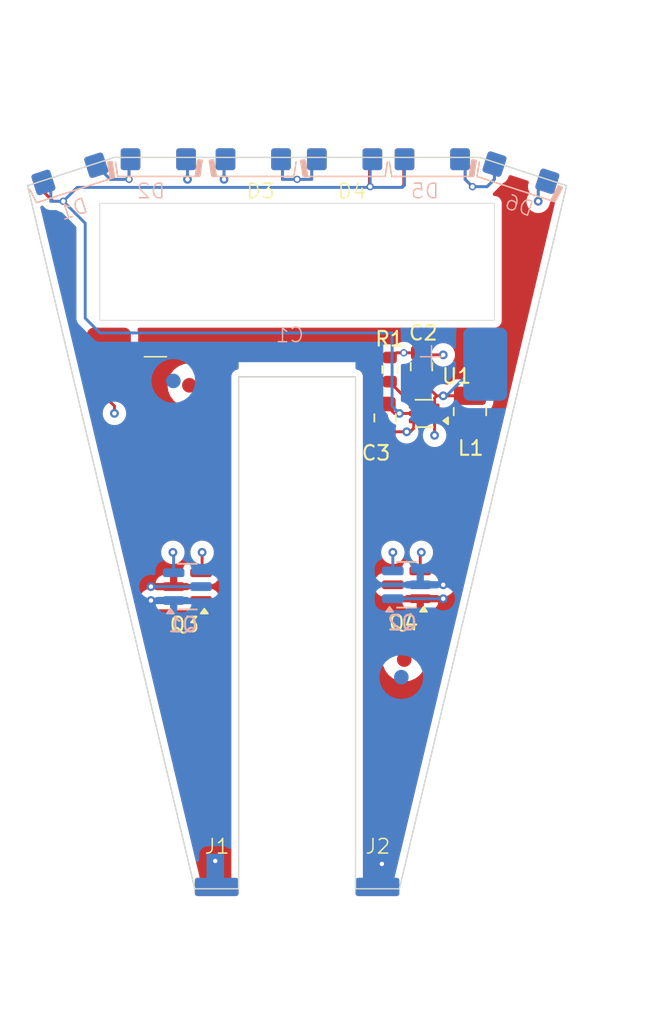
<source format=kicad_pcb>
(kicad_pcb (version 20241229) (generator "pcbnew") (generator_version "9.0")
  (layers (0 "F.Cu" signal) (4 "In1.Cu" power) (6 "In2.Cu" power) (2 "B.Cu" signal) (13 "F.Paste" user) (15 "B.Paste" user) (5 "F.SilkS" user "F.Silkscreen") (7 "B.SilkS" user "B.Silkscreen") (1 "F.Mask" user) (3 "B.Mask" user) (25 "Edge.Cuts" user))
  (property "RevisionPCB" "1.0.0")
  (net 0 "")
  (net 1 "Net-(D1-K)")
  (net 2 "Net-(D5-K)")
  (net 3 "Net-(D3-A)")
  (net 4 "/0.5-5V")
  (net 5 "/5.5V")
  (net 6 "/Vin+")
  (net 7 "GND")
  (net 8 "Net-(U1-SW)")
  (net 9 "Net-(U1-VSEL)")
  (net 10 "/Vin-")
  (footprint "Prototype Footprint - Light Up Arrow:Vishay VLD.1232G Family LED - Right Angle Edge Mount (Non-Standard)" (layer "F.Cu") (at 220.319103 62.993644)
    (property "Reference" "D3" (at 0.625 2.3 0) (layer "F.SilkS") (effects (font (thickness 0.1))))
    (property "Value" "LED" (hide yes))
    (fp_line (start -2.875 0.25) (end -2.65 1.3) (stroke (width 0.1)) (layer "F.SilkS"))
    (fp_line (start 2.9 1.3) (end -2.65 1.3) (stroke (width 0.1)) (layer "F.SilkS"))
    (fp_line (start 2.9 1.3) (end 3.056434 0.312312) (stroke (width 0.1)) (layer "F.SilkS"))
    (fp_poly (pts (xy -2.825 0.25) (xy -2.627462 0.218713) (xy -2.471028 1.206401) (xy -2.668566 1.237688)) (stroke (width 0.2)) (fill no) (layer "F.SilkS"))
    (fp_line (start -2.875 0.25) (end -2.65 1.3) (stroke (width 0.1)) (layer "B.SilkS"))
    (fp_line (start 2.9 1.3) (end -2.65 1.3) (stroke (width 0.1)) (layer "B.SilkS"))
    (fp_line (start 2.9 1.3) (end 3.056434 0.312312) (stroke (width 0.1)) (layer "B.SilkS"))
    (fp_poly (pts (xy -2.825 0.25) (xy -2.627462 0.218713) (xy -2.471028 1.206401) (xy -2.668566 1.237688)) (stroke (width 0.2)) (fill no) (layer "B.SilkS"))
    (pad "1" connect roundrect (at -1.775 0.125) (size 1.35 1.5) (layers "F.Cu" "F.Mask") (roundrect_rratio 0.15) (net 7 "GND"))
    (pad "1" connect roundrect (at -1.775 0.125) (size 1.35 1.5) (layers "B.Cu" "B.Mask") (roundrect_rratio 0.15) (net 7 "GND"))
    (pad "2" connect roundrect (at 2.025 0.125) (size 1.35 1.5) (layers "F.Cu" "F.Mask") (roundrect_rratio 0.15) (net 3 "Net-(D3-A)"))
    (pad "2" connect roundrect (at 2.025 0.125) (size 1.35 1.5) (layers "B.Cu" "B.Mask") (roundrect_rratio 0.15) (net 3 "Net-(D3-A)"))
  )
  (footprint "Package_TO_SOT_SMD:SOT-23" (layer "F.Cu") (at 215.933206 92.337288 180)
    (property "Reference" "Q3" (at 0.2 -2.6 0) (layer "F.SilkS"))
    (property "Value" "MOSFET N-Channel 30V 3.6A SOT-23-3" (hide yes))
    (fp_line (start 0 1.56) (end 0.65 1.56) (stroke (width 0.12)) (layer "F.SilkS"))
    (fp_line (start 0 1.56) (end -0.65 1.56) (stroke (width 0.12)) (layer "F.SilkS"))
    (fp_line (start 0 -1.56) (end 0.65 -1.56) (stroke (width 0.12)) (layer "F.SilkS"))
    (fp_line (start 0 -1.56) (end -0.65 -1.56) (stroke (width 0.12)) (layer "F.SilkS"))
    (fp_poly (pts (xy -1.1625 -1.51) (xy -1.4025 -1.84) (xy -0.9225 -1.84)) (stroke (width 0.12)) (fill yes) (layer "F.SilkS"))
    (pad "1" smd roundrect (at -0.9375 -0.95 180) (size 1.475 0.6) (layers "F.Cu" "F.Mask" "F.Paste") (net 10 "/Vin-"))
    (pad "2" smd roundrect (at -0.9375 0.95 180) (size 1.475 0.6) (layers "F.Cu" "F.Mask" "F.Paste") (net 7 "GND"))
    (pad "3" smd roundrect (at 0.9375 0 180) (size 1.475 0.6) (layers "F.Cu" "F.Mask" "F.Paste") (net 6 "/Vin+"))
  )
  (footprint "Package_TO_SOT_SMD:SOT-23" (layer "F.Cu") (at 230.933206 92.212288 180)
    (property "Reference" "Q4" (at 0.2 -2.6 0) (layer "F.SilkS"))
    (property "Value" "MOSFET N-Channel 30V 3.6A SOT-23-3" (hide yes))
    (fp_line (start 0 1.56) (end 0.65 1.56) (stroke (width 0.12)) (layer "F.SilkS"))
    (fp_line (start 0 1.56) (end -0.65 1.56) (stroke (width 0.12)) (layer "F.SilkS"))
    (fp_line (start 0 -1.56) (end 0.65 -1.56) (stroke (width 0.12)) (layer "F.SilkS"))
    (fp_line (start 0 -1.56) (end -0.65 -1.56) (stroke (width 0.12)) (layer "F.SilkS"))
    (fp_poly (pts (xy -1.1625 -1.51) (xy -1.4025 -1.84) (xy -0.9225 -1.84)) (stroke (width 0.12)) (fill yes) (layer "F.SilkS"))
    (pad "1" smd roundrect (at -0.9375 -0.95 180) (size 1.475 0.6) (layers "F.Cu" "F.Mask" "F.Paste") (net 6 "/Vin+"))
    (pad "2" smd roundrect (at -0.9375 0.95 180) (size 1.475 0.6) (layers "F.Cu" "F.Mask" "F.Paste") (net 7 "GND"))
    (pad "3" smd roundrect (at 0.9375 0 180) (size 1.475 0.6) (layers "F.Cu" "F.Mask" "F.Paste") (net 10 "/Vin-"))
  )
  (footprint "Package_TO_SOT_SMD:SOT-563" (layer "F.Cu") (at 232.138206 80.498432 180)
    (property "Reference" "U1" (at -2.219103 2.55 0) (layer "F.SilkS"))
    (property "Value" "~")
    (fp_line (start 0 0.935) (end 0.6 0.935) (stroke (width 0.12)) (layer "F.SilkS"))
    (fp_line (start 0 0.935) (end -0.6 0.935) (stroke (width 0.12)) (layer "F.SilkS"))
    (fp_line (start 0 -0.935) (end 0.6 -0.935) (stroke (width 0.12)) (layer "F.SilkS"))
    (fp_line (start 0 -0.935) (end -0.6 -0.935) (stroke (width 0.12)) (layer "F.SilkS"))
    (fp_poly (pts (xy -1.31 -0.5) (xy -1.64 -0.26) (xy -1.64 -0.74)) (stroke (width 0.12)) (fill yes) (layer "F.SilkS"))
    (pad "1" smd roundrect (at -0.7125 -0.5 180) (size 0.675 0.35) (layers "F.Cu" "F.Mask" "F.Paste") (net 4 "/0.5-5V"))
    (pad "2" smd roundrect (at -0.7125 0 180) (size 0.675 0.35) (layers "F.Cu" "F.Mask" "F.Paste") (net 8 "Net-(U1-SW)"))
    (pad "3" smd roundrect (at -0.7125 0.5 180) (size 0.675 0.35) (layers "F.Cu" "F.Mask" "F.Paste") (net 4 "/0.5-5V"))
    (pad "4" smd roundrect (at 0.7125 0.5 180) (size 0.675 0.35) (layers "F.Cu" "F.Mask" "F.Paste") (net 9 "Net-(U1-VSEL)"))
    (pad "5" smd roundrect (at 0.7125 0 180) (size 0.675 0.35) (layers "F.Cu" "F.Mask" "F.Paste") (net 5 "/5.5V"))
    (pad "6" smd roundrect (at 0.7125 -0.5 180) (size 0.675 0.35) (layers "F.Cu" "F.Mask" "F.Paste") (net 7 "GND"))
  )
  (footprint "Prototype Footprint - Light Up Arrow:Capacitor 0805 (Metric 2012)" (layer "F.Cu") (at 231.955459 77.302747 90)
    (property "Reference" "C2" (at 2.309068 0.119562 180) (layer "F.SilkS"))
    (property "Value" "Capacitor Ceramic 10uF 16V X5R 0805" (hide yes))
    (fp_line (start -0.261252 -0.735) (end 0.261252 -0.735) (stroke (width 0.12)) (layer "F.SilkS"))
    (fp_line (start -0.261252 0.735) (end 0.261252 0.735) (stroke (width 0.12)) (layer "F.SilkS"))
    (pad "1" smd roundrect (at -0.95 0 90) (size 1 1.45) (layers "F.Cu" "F.Mask" "F.Paste") (net 4 "/0.5-5V"))
    (pad "2" smd roundrect (at 0.95 0 90) (size 1 1.45) (layers "F.Cu" "F.Mask" "F.Paste") (net 7 "GND"))
  )
  (footprint "Prototype Footprint - Light Up Arrow:Fiducial 1mm by 3mm" (layer "F.Cu") (at 216.075 78.575)
    (property "Reference" "FID1" (hide yes))
    (property "Value" "~" (hide yes))
    (pad "" smd circle (at 0 0) (size 1 1) (property pad_prop_fiducial_glob) (layers "F.Cu" "F.Mask"))
    (zone (net 0) (net_name "") (layer "F.Cu") (name "Copper Keepout") (connect_pads (clearance 0)) (min_thickness 0.25)
      (keepout (tracks not_allowed) (vias not_allowed) (pads not_allowed) (copperpour not_allowed) (footprints not_allowed))
      (fill (thermal_gap 0.5) (thermal_bridge_width 0.5))
      (polygon (pts (xy 216.075 77.075) (xy 216.463229 77.126111) (xy 216.825 77.275962) (xy 217.13566 77.51434) (xy 217.374038 77.825) (xy 217.523889 78.186771) (xy 217.575 78.575) (xy 217.523889 78.963229) (xy 217.374038 79.325) (xy 217.13566 79.63566) (xy 216.825 79.874038) (xy 216.463229 80.023889) (xy 216.075 80.075) (xy 215.686771 80.023889) (xy 215.325 79.874038) (xy 215.01434 79.63566) (xy 214.775962 79.325) (xy 214.626111 78.963229) (xy 214.575 78.575) (xy 214.626111 78.186771) (xy 214.775962 77.825) (xy 215.01434 77.51434) (xy 215.325 77.275962) (xy 215.686771 77.126111) (xy 215.880886 77.850556) (xy 215.7 77.925481) (xy 215.54467 78.04467) (xy 215.425482 78.199999) (xy 215.350556 78.380884) (xy 215.325 78.575) (xy 215.350556 78.769114) (xy 215.425481 78.95) (xy 215.54467 79.10533) (xy 215.699999 79.224518) (xy 215.880884 79.299444) (xy 216.075 79.325) (xy 216.269114 79.299444) (xy 216.45 79.224519) (xy 216.60533 79.10533) (xy 216.724518 78.950001) (xy 216.799444 78.769116) (xy 216.825 78.575) (xy 216.799444 78.380886) (xy 216.724519 78.2) (xy 216.60533 78.04467) (xy 216.450001 77.925482) (xy 216.269116 77.850556) (xy 216.075 77.825) (xy 215.880886 77.850556) (xy 215.686771 77.126111)))
    )
  )
  (footprint "Prototype Footprint - Light Up Arrow:Edge Plating 3mm" (layer "F.Cu") (at 217.944103 112.993644)
    (property "Reference" "J1" (at 0.025 -2.9 0) (layer "F.SilkS") (effects (font (thickness 0.1))))
    (property "Value" "Edge Connector" (hide yes))
    (pad "1" connect roundrect (at 0 -0.125) (size 3 1.25) (layers "F.Cu" "F.Mask") (roundrect_rratio 0.15) (net 6 "/Vin+"))
    (pad "1" connect roundrect (at 0 -0.125) (size 3 1.25) (layers "B.Cu" "B.Mask") (roundrect_rratio 0.15) (net 6 "/Vin+"))
  )
  (footprint "Prototype Footprint - Light Up Arrow:Capacitor 0805 (Metric 2012)" (layer "F.Cu") (at 229.465459 80.802747 -90)
    (property "Reference" "C3" (at 2.4 0.62 180) (layer "F.SilkS"))
    (property "Value" "Capacitor Ceramic 10uF 16V X5R 0805" (hide yes))
    (fp_line (start -0.261252 0.735) (end 0.261252 0.735) (stroke (width 0.12)) (layer "F.SilkS"))
    (fp_line (start -0.261252 -0.735) (end 0.261252 -0.735) (stroke (width 0.12)) (layer "F.SilkS"))
    (pad "1" smd roundrect (at -0.95 0 270) (size 1 1.45) (layers "F.Cu" "F.Mask" "F.Paste") (net 5 "/5.5V"))
    (pad "2" smd roundrect (at 0.95 0 270) (size 1 1.45) (layers "F.Cu" "F.Mask" "F.Paste") (net 7 "GND"))
  )
  (footprint "Prototype Footprint - Light Up Arrow:Edge Plating 3mm" (layer "F.Cu") (at 228.944103 112.993644)
    (property "Reference" "J2" (at 0.025 -2.9 0) (layer "F.SilkS") (effects (font (thickness 0.1))))
    (property "Value" "Edge Connector" (hide yes))
    (pad "1" connect roundrect (at 0 -0.125) (size 3 1.25) (layers "F.Cu" "F.Mask") (roundrect_rratio 0.15) (net 10 "/Vin-"))
    (pad "1" connect roundrect (at 0 -0.125) (size 3 1.25) (layers "B.Cu" "B.Mask") (roundrect_rratio 0.15) (net 10 "/Vin-"))
  )
  (footprint "Inductor_SMD:L_1008_2520Metric" (layer "F.Cu") (at 235.273206 80.368432 -90)
    (property "Reference" "L1" (at 2.5 -0.05 0) (layer "F.SilkS"))
    (property "Value" "Inductor 1uH" (hide yes))
    (fp_line (start -0.261252 1.11) (end 0.261252 1.11) (stroke (width 0.12)) (layer "F.SilkS"))
    (fp_line (start -0.261252 -1.11) (end 0.261252 -1.11) (stroke (width 0.12)) (layer "F.SilkS"))
    (pad "1" smd roundrect (at -1.075 0 270) (size 1.25 2.2) (layers "F.Cu" "F.Mask" "F.Paste") (roundrect_rratio 0.2) (net 4 "/0.5-5V"))
    (pad "2" smd roundrect (at 1.075 0 270) (size 1.25 2.2) (layers "F.Cu" "F.Mask" "F.Paste") (roundrect_rratio 0.2) (net 8 "Net-(U1-SW)"))
  )
  (footprint "Prototype Footprint - Light Up Arrow:Fiducial 1mm by 3mm" (layer "F.Cu") (at 230.775 97.325)
    (property "Reference" "FID2" (hide yes))
    (property "Value" "~" (hide yes))
    (pad "" smd circle (at 0 0) (size 1 1) (property pad_prop_fiducial_glob) (layers "F.Cu" "F.Mask"))
    (zone (net 0) (net_name "") (layer "F.Cu") (name "Copper Keepout") (connect_pads (clearance 0)) (min_thickness 0.25)
      (keepout (tracks not_allowed) (vias not_allowed) (pads not_allowed) (copperpour not_allowed) (footprints not_allowed))
      (fill (thermal_gap 0.5) (thermal_bridge_width 0.5))
      (polygon (pts (xy 230.775 95.825) (xy 231.163229 95.876111) (xy 231.525 96.025962) (xy 231.83566 96.26434) (xy 232.074038 96.575) (xy 232.223889 96.936771) (xy 232.275 97.325) (xy 232.223889 97.713229) (xy 232.074038 98.075) (xy 231.83566 98.38566) (xy 231.525 98.624038) (xy 231.163229 98.773889) (xy 230.775 98.825) (xy 230.386771 98.773889) (xy 230.025 98.624038) (xy 229.71434 98.38566) (xy 229.475962 98.075) (xy 229.326111 97.713229) (xy 229.275 97.325) (xy 229.326111 96.936771) (xy 229.475962 96.575) (xy 229.71434 96.26434) (xy 230.025 96.025962) (xy 230.386771 95.876111) (xy 230.580886 96.600556) (xy 230.4 96.675481) (xy 230.24467 96.79467) (xy 230.125482 96.949999) (xy 230.050556 97.130884) (xy 230.025 97.325) (xy 230.050556 97.519114) (xy 230.125481 97.7) (xy 230.24467 97.85533) (xy 230.399999 97.974518) (xy 230.580884 98.049444) (xy 230.775 98.075) (xy 230.969114 98.049444) (xy 231.15 97.974519) (xy 231.30533 97.85533) (xy 231.424518 97.700001) (xy 231.499444 97.519116) (xy 231.525 97.325) (xy 231.499444 97.130886) (xy 231.424519 96.95) (xy 231.30533 96.79467) (xy 231.150001 96.675482) (xy 230.969116 96.600556) (xy 230.775 96.575) (xy 230.580886 96.600556) (xy 230.386771 95.876111)))
    )
  )
  (footprint "Prototype Footprint - Light Up Arrow:Vishay VLD.1232G Family LED - Right Angle Edge Mount (Non-Standard)" (layer "F.Cu") (at 226.569103 62.993644)
    (property "Reference" "D4" (at 0.625 2.3 0) (layer "F.SilkS") (effects (font (thickness 0.1))))
    (property "Value" "LED" (hide yes))
    (fp_line (start -2.875 0.25) (end -2.65 1.3) (stroke (width 0.1)) (layer "F.SilkS"))
    (fp_line (start 2.9 1.3) (end -2.65 1.3) (stroke (width 0.1)) (layer "F.SilkS"))
    (fp_line (start 2.9 1.3) (end 3.056434 0.312312) (stroke (width 0.1)) (layer "F.SilkS"))
    (fp_poly (pts (xy -2.825 0.25) (xy -2.627462 0.218713) (xy -2.471028 1.206401) (xy -2.668566 1.237688)) (stroke (width 0.2)) (fill no) (layer "F.SilkS"))
    (fp_line (start -2.875 0.25) (end -2.65 1.3) (stroke (width 0.1)) (layer "B.SilkS"))
    (fp_line (start 2.9 1.3) (end -2.65 1.3) (stroke (width 0.1)) (layer "B.SilkS"))
    (fp_line (start 2.9 1.3) (end 3.056434 0.312312) (stroke (width 0.1)) (layer "B.SilkS"))
    (fp_poly (pts (xy -2.825 0.25) (xy -2.627462 0.218713) (xy -2.471028 1.206401) (xy -2.668566 1.237688)) (stroke (width 0.2)) (fill no) (layer "B.SilkS"))
    (pad "1" connect roundrect (at -1.775 0.125) (size 1.35 1.5) (layers "F.Cu" "F.Mask") (roundrect_rratio 0.15) (net 3 "Net-(D3-A)"))
    (pad "1" connect roundrect (at -1.775 0.125) (size 1.35 1.5) (layers "B.Cu" "B.Mask") (roundrect_rratio 0.15) (net 3 "Net-(D3-A)"))
    (pad "2" connect roundrect (at 2.025 0.125) (size 1.35 1.5) (layers "F.Cu" "F.Mask") (roundrect_rratio 0.15) (net 5 "/5.5V"))
    (pad "2" connect roundrect (at 2.025 0.125) (size 1.35 1.5) (layers "B.Cu" "B.Mask") (roundrect_rratio 0.15) (net 5 "/5.5V"))
  )
  (footprint "Prototype Footprint - Light Up Arrow:Resistor 0603 (Metric 1608)" (layer "F.Cu") (at 229.793206 77.498432 90)
    (property "Reference" "R1" (at 2.0925 -0.0225 180) (layer "F.SilkS"))
    (property "Value" "r=3.01k" (hide yes))
    (fp_line (start -0.237258 -0.5225) (end 0.237258 -0.5225) (stroke (width 0.12)) (layer "F.SilkS"))
    (fp_line (start -0.237258 0.5225) (end 0.237258 0.5225) (stroke (width 0.12)) (layer "F.SilkS"))
    (pad "1" smd roundrect (at -0.825 0 90) (size 0.8 0.95) (layers "F.Cu" "F.Mask" "F.Paste") (net 9 "Net-(U1-VSEL)"))
    (pad "2" smd roundrect (at 0.825 0 90) (size 0.8 0.95) (layers "F.Cu" "F.Mask" "F.Paste") (net 7 "GND"))
  )
  (footprint "Package_TO_SOT_SMD:SOT-23" (layer "B.Cu") (at 215.933206 92.337288)
    (property "Reference" "Q1" (at -0.3 2.6 0) (layer "B.SilkS") (effects (justify mirror)))
    (property "Value" "DMP3099L" (hide yes))
    (fp_line (start 0 -1.56) (end -0.65 -1.56) (stroke (width 0.12)) (layer "B.SilkS"))
    (fp_line (start 0 -1.56) (end 0.65 -1.56) (stroke (width 0.12)) (layer "B.SilkS"))
    (fp_line (start 0 1.56) (end -0.65 1.56) (stroke (width 0.12)) (layer "B.SilkS"))
    (fp_line (start 0 1.56) (end 0.65 1.56) (stroke (width 0.12)) (layer "B.SilkS"))
    (fp_poly (pts (xy -1.1625 1.51) (xy -1.4025 1.84) (xy -0.9225 1.84)) (stroke (width 0.12)) (fill yes) (layer "B.SilkS"))
    (pad "1" smd roundrect (at -0.9375 0.95) (size 1.475 0.6) (layers "B.Cu" "B.Mask" "B.Paste") (net 10 "/Vin-"))
    (pad "2" smd roundrect (at -0.9375 -0.95) (size 1.475 0.6) (layers "B.Cu" "B.Mask" "B.Paste") (net 4 "/0.5-5V"))
    (pad "3" smd roundrect (at 0.9375 0) (size 1.475 0.6) (layers "B.Cu" "B.Mask" "B.Paste") (net 6 "/Vin+"))
  )
  (footprint "Prototype Footprint - Light Up Arrow:Vishay VLD.1232G Family LED - Right Angle Edge Mount (Non-Standard)" (layer "B.Cu") (at 214.069103 62.993644 180)
    (property "Reference" "D2" (at 0.625 -2.3 0) (layer "B.SilkS") (effects (font (thickness 0.1)) (justify mirror)))
    (property "Value" "LED" (hide yes))
    (fp_line (start 2.9 -1.3) (end 3.056434 -0.312312) (stroke (width 0.1)) (layer "F.SilkS"))
    (fp_line (start 2.9 -1.3) (end -2.65 -1.3) (stroke (width 0.1)) (layer "F.SilkS"))
    (fp_line (start -2.875 -0.25) (end -2.65 -1.3) (stroke (width 0.1)) (layer "F.SilkS"))
    (fp_poly (pts (xy -2.825 -0.25) (xy -2.627462 -0.218713) (xy -2.471028 -1.206401) (xy -2.668566 -1.237688)) (stroke (width 0.2)) (fill no) (layer "F.SilkS"))
    (fp_line (start 2.9 -1.3) (end 3.056434 -0.312312) (stroke (width 0.1)) (layer "B.SilkS"))
    (fp_line (start 2.9 -1.3) (end -2.65 -1.3) (stroke (width 0.1)) (layer "B.SilkS"))
    (fp_line (start -2.875 -0.25) (end -2.65 -1.3) (stroke (width 0.1)) (layer "B.SilkS"))
    (fp_poly (pts (xy -2.825 -0.25) (xy -2.627462 -0.218713) (xy -2.471028 -1.206401) (xy -2.668566 -1.237688)) (stroke (width 0.2)) (fill no) (layer "B.SilkS"))
    (pad "1" connect roundrect (at -1.775 -0.125 180) (size 1.35 1.5) (layers "F.Cu" "F.Mask") (roundrect_rratio 0.15) (net 7 "GND"))
    (pad "1" connect roundrect (at -1.775 -0.125 180) (size 1.35 1.5) (layers "B.Cu" "B.Mask") (roundrect_rratio 0.15) (net 7 "GND"))
    (pad "2" connect roundrect (at 2.025 -0.125 180) (size 1.35 1.5) (layers "F.Cu" "F.Mask") (roundrect_rratio 0.15) (net 1 "Net-(D1-K)"))
    (pad "2" connect roundrect (at 2.025 -0.125 180) (size 1.35 1.5) (layers "B.Cu" "B.Mask") (roundrect_rratio 0.15) (net 1 "Net-(D1-K)"))
  )
  (footprint "Prototype Footprint - Light Up Arrow:Fiducial 1mm by 3mm" (layer "B.Cu") (at 214.975 78.275 180)
    (property "Reference" "FID4" (hide yes))
    (property "Value" "~" (hide yes))
    (pad "" smd circle (at 0 0 180) (size 1 1) (property pad_prop_fiducial_glob) (layers "B.Cu" "B.Mask"))
    (zone (net 0) (net_name "") (layer "B.Cu") (name "Copper Keepout") (connect_pads (clearance 0)) (min_thickness 0.25)
      (keepout (tracks not_allowed) (vias not_allowed) (pads not_allowed) (copperpour not_allowed) (footprints not_allowed))
      (fill (thermal_gap 0.5) (thermal_bridge_width 0.5))
      (polygon (pts (xy 214.975 76.775) (xy 214.586771 76.826111) (xy 214.225 76.975962) (xy 213.91434 77.21434) (xy 213.675962 77.525) (xy 213.526111 77.886771) (xy 213.475 78.275) (xy 213.526111 78.663229) (xy 213.675962 79.025) (xy 213.91434 79.33566) (xy 214.225 79.574038) (xy 214.586771 79.723889) (xy 214.975 79.775) (xy 215.363229 79.723889) (xy 215.725 79.574038) (xy 216.03566 79.33566) (xy 216.274038 79.025) (xy 216.423889 78.663229) (xy 216.475 78.275) (xy 216.423889 77.886771) (xy 216.274038 77.525) (xy 216.03566 77.21434) (xy 215.725 76.975962) (xy 215.363229 76.826111) (xy 215.169114 77.550556) (xy 215.35 77.625481) (xy 215.50533 77.74467) (xy 215.624518 77.899999) (xy 215.699444 78.080884) (xy 215.725 78.275) (xy 215.699444 78.469114) (xy 215.624519 78.65) (xy 215.50533 78.80533) (xy 215.350001 78.924518) (xy 215.169116 78.999444) (xy 214.975 79.025) (xy 214.780886 78.999444) (xy 214.6 78.924519) (xy 214.44467 78.80533) (xy 214.325482 78.650001) (xy 214.250556 78.469116) (xy 214.225 78.275) (xy 214.250556 78.080886) (xy 214.325481 77.9) (xy 214.44467 77.74467) (xy 214.599999 77.625482) (xy 214.780884 77.550556) (xy 214.975 77.525) (xy 215.169114 77.550556) (xy 215.363229 76.826111)))
    )
  )
  (footprint "Prototype Footprint - Light Up Arrow:Fiducial 1mm by 3mm" (layer "B.Cu") (at 230.575 98.525 180)
    (property "Reference" "FID3" (hide yes))
    (property "Value" "~" (hide yes))
    (pad "" smd circle (at 0 0 180) (size 1 1) (property pad_prop_fiducial_glob) (layers "B.Cu" "B.Mask"))
    (zone (net 0) (net_name "") (layer "B.Cu") (name "Copper Keepout") (connect_pads (clearance 0)) (min_thickness 0.25)
      (keepout (tracks not_allowed) (vias not_allowed) (pads not_allowed) (copperpour not_allowed) (footprints not_allowed))
      (fill (thermal_gap 0.5) (thermal_bridge_width 0.5))
      (polygon (pts (xy 230.575 97.025) (xy 230.186771 97.076111) (xy 229.825 97.225962) (xy 229.51434 97.46434) (xy 229.275962 97.775) (xy 229.126111 98.136771) (xy 229.075 98.525) (xy 229.126111 98.913229) (xy 229.275962 99.275) (xy 229.51434 99.58566) (xy 229.825 99.824038) (xy 230.186771 99.973889) (xy 230.575 100.025) (xy 230.963229 99.973889) (xy 231.325 99.824038) (xy 231.63566 99.58566) (xy 231.874038 99.275) (xy 232.023889 98.913229) (xy 232.075 98.525) (xy 232.023889 98.136771) (xy 231.874038 97.775) (xy 231.63566 97.46434) (xy 231.325 97.225962) (xy 230.963229 97.076111) (xy 230.769114 97.800556) (xy 230.95 97.875481) (xy 231.10533 97.99467) (xy 231.224518 98.149999) (xy 231.299444 98.330884) (xy 231.325 98.525) (xy 231.299444 98.719114) (xy 231.224519 98.9) (xy 231.10533 99.05533) (xy 230.950001 99.174518) (xy 230.769116 99.249444) (xy 230.575 99.275) (xy 230.380886 99.249444) (xy 230.2 99.174519) (xy 230.04467 99.05533) (xy 229.925482 98.900001) (xy 229.850556 98.719116) (xy 229.825 98.525) (xy 229.850556 98.330886) (xy 229.925481 98.15) (xy 230.04467 97.99467) (xy 230.199999 97.875482) (xy 230.380884 97.800556) (xy 230.575 97.775) (xy 230.769114 97.800556) (xy 230.963229 97.076111)))
    )
  )
  (footprint "Package_TO_SOT_SMD:SOT-23" (layer "B.Cu") (at 230.933206 92.212288)
    (property "Reference" "Q2" (at -0.3 2.6 0) (layer "B.SilkS") (effects (justify mirror)))
    (property "Value" "DMP3099L" (hide yes))
    (fp_line (start 0 -1.56) (end -0.65 -1.56) (stroke (width 0.12)) (layer "B.SilkS"))
    (fp_line (start 0 -1.56) (end 0.65 -1.56) (stroke (width 0.12)) (layer "B.SilkS"))
    (fp_line (start 0 1.56) (end -0.65 1.56) (stroke (width 0.12)) (layer "B.SilkS"))
    (fp_line (start 0 1.56) (end 0.65 1.56) (stroke (width 0.12)) (layer "B.SilkS"))
    (fp_poly (pts (xy -1.1625 1.51) (xy -1.4025 1.84) (xy -0.9225 1.84)) (stroke (width 0.12)) (fill yes) (layer "B.SilkS"))
    (pad "1" smd roundrect (at -0.9375 0.95) (size 1.475 0.6) (layers "B.Cu" "B.Mask" "B.Paste") (net 6 "/Vin+"))
    (pad "2" smd roundrect (at -0.9375 -0.95) (size 1.475 0.6) (layers "B.Cu" "B.Mask" "B.Paste") (net 4 "/0.5-5V"))
    (pad "3" smd roundrect (at 0.9375 0) (size 1.475 0.6) (layers "B.Cu" "B.Mask" "B.Paste") (net 10 "/Vin-"))
  )
  (footprint "Prototype Footprint - Light Up Arrow:Vishay VLD.1232G Family LED - Right Angle Edge Mount (Non-Standard)" (layer "B.Cu") (at 232.819103 62.993644 180)
    (property "Reference" "D5" (at 0.625 -2.3 0) (layer "B.SilkS") (effects (font (thickness 0.1)) (justify mirror)))
    (property "Value" "LED" (hide yes))
    (fp_line (start 2.9 -1.3) (end 3.056434 -0.312312) (stroke (width 0.1)) (layer "F.SilkS"))
    (fp_line (start 2.9 -1.3) (end -2.65 -1.3) (stroke (width 0.1)) (layer "F.SilkS"))
    (fp_line (start -2.875 -0.25) (end -2.65 -1.3) (stroke (width 0.1)) (layer "F.SilkS"))
    (fp_poly (pts (xy -2.825 -0.25) (xy -2.627462 -0.218713) (xy -2.471028 -1.206401) (xy -2.668566 -1.237688)) (stroke (width 0.2)) (fill no) (layer "F.SilkS"))
    (fp_line (start 2.9 -1.3) (end 3.056434 -0.312312) (stroke (width 0.1)) (layer "B.SilkS"))
    (fp_line (start 2.9 -1.3) (end -2.65 -1.3) (stroke (width 0.1)) (layer "B.SilkS"))
    (fp_line (start -2.875 -0.25) (end -2.65 -1.3) (stroke (width 0.1)) (layer "B.SilkS"))
    (fp_poly (pts (xy -2.825 -0.25) (xy -2.627462 -0.218713) (xy -2.471028 -1.206401) (xy -2.668566 -1.237688)) (stroke (width 0.2)) (fill no) (layer "B.SilkS"))
    (pad "1" connect roundrect (at -1.775 -0.125 180) (size 1.35 1.5) (layers "F.Cu" "F.Mask") (roundrect_rratio 0.15) (net 2 "Net-(D5-K)"))
    (pad "1" connect roundrect (at -1.775 -0.125 180) (size 1.35 1.5) (layers "B.Cu" "B.Mask") (roundrect_rratio 0.15) (net 2 "Net-(D5-K)"))
    (pad "2" connect roundrect (at 2.025 -0.125 180) (size 1.35 1.5) (layers "F.Cu" "F.Mask") (roundrect_rratio 0.15) (net 5 "/5.5V"))
    (pad "2" connect roundrect (at 2.025 -0.125 180) (size 1.35 1.5) (layers "B.Cu" "B.Mask") (roundrect_rratio 0.15) (net 5 "/5.5V"))
  )
  (footprint "Prototype Footprint - Light Up Arrow:Vishay VLD.1232G Family LED - Right Angle Edge Mount (Non-Standard)" (layer "B.Cu") (at 207.972052 63.959322 -162)
    (property "Reference" "D1" (at 0.625 -2.5 18) (layer "B.SilkS") (effects (font (thickness 0.1)) (justify mirror)))
    (property "Value" "LED" (hide yes))
    (fp_line (start 2.9 -1.3) (end 3.056434 -0.312312) (stroke (width 0.1)) (layer "F.SilkS"))
    (fp_line (start 2.9 -1.3) (end -2.65 -1.3) (stroke (width 0.1)) (layer "F.SilkS"))
    (fp_line (start -2.875 -0.25) (end -2.65 -1.3) (stroke (width 0.1)) (layer "F.SilkS"))
    (fp_poly (pts (xy -2.825 -0.25) (xy -2.627462 -0.218713) (xy -2.471028 -1.206401) (xy -2.668566 -1.237688)) (stroke (width 0.2)) (fill no) (layer "F.SilkS"))
    (fp_line (start 2.9 -1.3) (end 3.056434 -0.312312) (stroke (width 0.1)) (layer "B.SilkS"))
    (fp_line (start 2.9 -1.3) (end -2.65 -1.3) (stroke (width 0.1)) (layer "B.SilkS"))
    (fp_line (start -2.875 -0.25) (end -2.65 -1.3) (stroke (width 0.1)) (layer "B.SilkS"))
    (fp_poly (pts (xy -2.825 -0.25) (xy -2.627462 -0.218713) (xy -2.471028 -1.206401) (xy -2.668566 -1.237688)) (stroke (width 0.2)) (fill no) (layer "B.SilkS"))
    (pad "1" connect roundrect (at -1.775 -0.125 198) (size 1.35 1.5) (layers "F.Cu" "F.Mask") (roundrect_rratio 0.15) (net 1 "Net-(D1-K)"))
    (pad "1" connect roundrect (at -1.775 -0.125 198) (size 1.35 1.5) (layers "B.Cu" "B.Mask") (roundrect_rratio 0.15) (net 1 "Net-(D1-K)"))
    (pad "2" connect roundrect (at 2.025 -0.125 198) (size 1.35 1.5) (layers "F.Cu" "F.Mask") (roundrect_rratio 0.15) (net 5 "/5.5V"))
    (pad "2" connect roundrect (at 2.025 -0.125 198) (size 1.35 1.5) (layers "B.Cu" "B.Mask") (roundrect_rratio 0.15) (net 5 "/5.5V"))
  )
  (footprint "Prototype Footprint - Light Up Arrow:Capacitor EDLC CDA CE Series H-Type Edge Mount" (layer "B.Cu") (at 223.444103 70.13331 180)
    (property "Reference" "C1" (at 0.5 -5 0) (layer "B.SilkS") (effects (font (thickness 0.1)) (justify mirror)))
    (property "Value" "Capacitor EDLC 5F 5.5V Diameter=26mm Height=7mm Axial Can THT" (hide yes))
    (fp_rect (start -13.5 4) (end 13.5 -4) (stroke (width 0.05)) (fill no) (layer "Edge.Cuts"))
    (fp_text user "-" (at 11 -7.5 0) (layer "F.SilkS") (effects (font (size 2 2) (thickness 0.1)) (justify left bottom)))
    (fp_text user "+" (at -10.5 -7.5 0) (layer "B.SilkS") (effects (font (size 2 2) (thickness 0.1)) (justify left bottom mirror)))
    (pad "1" smd roundrect (at -12.875 -7 180) (size 3 5) (layers "B.Cu" "B.Mask" "B.Paste") (roundrect_rratio 0.15) (net 4 "/0.5-5V"))
    (pad "2" smd roundrect (at 12.875 -7 180) (size 3 5) (layers "F.Cu" "F.Mask" "F.Paste") (roundrect_rratio 0.15) (net 7 "GND"))
  )
  (footprint "Prototype Footprint - Light Up Arrow:Vishay VLD.1232G Family LED - Right Angle Edge Mount (Non-Standard)" (layer "B.Cu") (at 238.916155 63.959322 162)
    (property "Reference" "D6" (at -0.462735 -2.288031 342) (layer "B.SilkS") (effects (font (thickness 0.1)) (justify mirror)))
    (property "Value" "LED" (hide yes))
    (fp_line (start 2.9 -1.3) (end 3.056434 -0.312312) (stroke (width 0.1)) (layer "F.SilkS"))
    (fp_line (start 2.9 -1.3) (end -2.65 -1.3) (stroke (width 0.1)) (layer "F.SilkS"))
    (fp_line (start -2.875 -0.25) (end -2.65 -1.3) (stroke (width 0.1)) (layer "F.SilkS"))
    (fp_poly (pts (xy -2.825 -0.25) (xy -2.627462 -0.218713) (xy -2.471028 -1.206401) (xy -2.668565 -1.237688)) (stroke (width 0.2)) (fill no) (layer "F.SilkS"))
    (fp_line (start 2.9 -1.3) (end 3.056434 -0.312312) (stroke (width 0.1)) (layer "B.SilkS"))
    (fp_line (start 2.9 -1.3) (end -2.65 -1.3) (stroke (width 0.1)) (layer "B.SilkS"))
    (fp_line (start -2.875 -0.25) (end -2.65 -1.3) (stroke (width 0.1)) (layer "B.SilkS"))
    (fp_poly (pts (xy -2.825 -0.25) (xy -2.627462 -0.218713) (xy -2.471028 -1.206401) (xy -2.668565 -1.237688)) (stroke (width 0.2)) (fill no) (layer "B.SilkS"))
    (pad "1" connect roundrect (at -1.775 -0.125 162) (size 1.35 1.5) (layers "F.Cu" "F.Mask") (roundrect_rratio 0.15) (net 7 "GND"))
    (pad "1" connect roundrect (at -1.775 -0.125 162) (size 1.35 1.5) (layers "B.Cu" "B.Mask") (roundrect_rratio 0.15) (net 7 "GND"))
    (pad "2" connect roundrect (at 2.025 -0.125 162) (size 1.35 1.5) (layers "F.Cu" "F.Mask") (roundrect_rratio 0.15) (net 2 "Net-(D5-K)"))
    (pad "2" connect roundrect (at 2.025 -0.125 162) (size 1.35 1.5) (layers "B.Cu" "B.Mask") (roundrect_rratio 0.15) (net 2 "Net-(D5-K)"))
  )
  (gr_rect (start 228.744103 110.693644) (end 229.744103 112.293644) (stroke (width 0.2)) (fill yes) (layer "F.Cu") (net 10))
  (gr_rect (start 217.344103 110.693644) (end 218.344103 112.293644) (stroke (width 0.2)) (fill yes) (layer "B.Cu") (net 6))
  (gr_line (start 219.444103 112.993644) (end 219.444103 77.993644) (stroke (width 0.1)) (layer "Edge.Cuts"))
  (gr_line (start 210.944103 62.993644) (end 235.944103 62.993644) (stroke (width 0.1)) (layer "Edge.Cuts"))
  (gr_line (start 219.444103 112.993644) (end 216.444103 112.993644) (stroke (width 0.1)) (layer "Edge.Cuts"))
  (gr_line (start 230.444103 112.993644) (end 227.444103 112.993644) (stroke (width 0.1)) (layer "Edge.Cuts"))
  (gr_line (start 219.444103 77.993644) (end 227.444103 77.993644) (stroke (width 0.1)) (layer "Edge.Cuts"))
  (gr_line (start 227.444103 77.993644) (end 227.444103 112.993644) (stroke (width 0.1)) (layer "Edge.Cuts"))
  (gr_line (start 205 64.925) (end 210.944103 62.993644) (stroke (width 0.1)) (layer "Edge.Cuts"))
  (gr_line (start 216.444103 112.993644) (end 205 64.925) (stroke (width 0.1)) (layer "Edge.Cuts"))
  (gr_line (start 241.888206 64.925) (end 230.444103 112.993644) (stroke (width 0.1)) (layer "Edge.Cuts"))
  (gr_line (start 241.888206 64.925) (end 235.944103 62.993644) (stroke (width 0.1)) (layer "Edge.Cuts"))
  (segment (start 212.044103 63.594644) (end 211.944103 63.594644) (width 0.2) (layer "F.Cu") (net 1))
  (segment (start 211.944103 63.594644) (end 211.944103 64.493644) (width 0.2) (layer "F.Cu") (net 1))
  (segment (start 210.662749 64.493644) (end 210.07656 63.907455) (width 0.2) (layer "F.Cu") (net 1))
  (segment (start 211.944103 64.493644) (end 210.662749 64.493644) (width 0.2) (layer "F.Cu") (net 1))
  (segment (start 210.07656 63.907455) (end 209.845896 63.982402) (width 0.2) (layer "F.Cu") (net 1))
  (via (at 211.944103 64.493644) (size 0.5) (drill 0.3) (layers "F.Cu" "B.Cu") (net 1))
  (segment (start 212.040335 63.598411) (end 211.940335 63.598411) (width 0.2) (layer "B.Cu") (net 1))
  (segment (start 211.940335 63.598411) (end 211.940335 64.497411) (width 0.2) (layer "B.Cu") (net 1))
  (segment (start 210.658981 64.497411) (end 210.072792 63.911222) (width 0.2) (layer "B.Cu") (net 1))
  (segment (start 211.940335 64.497411) (end 210.658981 64.497411) (width 0.2) (layer "B.Cu") (net 1))
  (segment (start 210.072792 63.911222) (end 209.842128 63.986169) (width 0.2) (layer "B.Cu") (net 1))
  (segment (start 236.951638 64.486109) (end 236.951638 64.05224) (width 0.2) (layer "F.Cu") (net 2))
  (segment (start 236.444103 64.993644) (end 236.951638 64.486109) (width 0.2) (layer "F.Cu") (net 2))
  (segment (start 236.951638 64.05224) (end 236.804546 63.905148) (width 0.2) (layer "F.Cu") (net 2))
  (segment (start 234.944103 64.493644) (end 234.944103 63.594644) (width 0.2) (layer "F.Cu") (net 2))
  (segment (start 236.444103 64.993644) (end 235.444103 64.993644) (width 0.2) (layer "F.Cu") (net 2))
  (segment (start 235.444103 64.993644) (end 234.944103 64.493644) (width 0.2) (layer "F.Cu") (net 2))
  (segment (start 234.944103 63.594644) (end 234.594103 63.594644) (width 0.2) (layer "F.Cu") (net 2))
  (via (at 235.444103 64.993644) (size 0.5) (drill 0.3) (layers "F.Cu" "B.Cu") (net 2))
  (segment (start 234.940335 63.598411) (end 234.590335 63.598411) (width 0.2) (layer "B.Cu") (net 2))
  (segment (start 236.94787 64.056007) (end 236.800778 63.908915) (width 0.2) (layer "B.Cu") (net 2))
  (segment (start 236.440335 64.997411) (end 235.440335 64.997411) (width 0.2) (layer "B.Cu") (net 2))
  (segment (start 234.940335 64.497411) (end 234.940335 63.598411) (width 0.2) (layer "B.Cu") (net 2))
  (segment (start 236.94787 64.489876) (end 236.94787 64.056007) (width 0.2) (layer "B.Cu") (net 2))
  (segment (start 235.440335 64.997411) (end 234.940335 64.497411) (width 0.2) (layer "B.Cu") (net 2))
  (segment (start 236.440335 64.997411) (end 236.94787 64.489876) (width 0.2) (layer "B.Cu") (net 2))
  (segment (start 222.444103 64.493644) (end 222.444103 63.594644) (width 0.2) (layer "F.Cu") (net 3))
  (segment (start 222.444103 63.594644) (end 222.344103 63.594644) (width 0.2) (layer "F.Cu") (net 3))
  (segment (start 224.444103 63.594644) (end 224.444103 64.493644) (width 0.2) (layer "F.Cu") (net 3))
  (segment (start 224.444103 64.493644) (end 223.444103 64.493644) (width 0.2) (layer "F.Cu") (net 3))
  (segment (start 224.794103 63.594644) (end 224.444103 63.594644) (width 0.2) (layer "F.Cu") (net 3))
  (segment (start 223.444103 64.493644) (end 222.444103 64.493644) (width 0.2) (layer "F.Cu") (net 3))
  (via (at 223.444103 64.493644) (size 0.5) (drill 0.3) (layers "F.Cu" "B.Cu") (net 3))
  (segment (start 222.440335 64.497411) (end 222.440335 63.598411) (width 0.2) (layer "B.Cu") (net 3))
  (segment (start 222.440335 63.598411) (end 222.340335 63.598411) (width 0.2) (layer "B.Cu") (net 3))
  (segment (start 224.790335 63.598411) (end 224.440335 63.598411) (width 0.2) (layer "B.Cu") (net 3))
  (segment (start 224.440335 64.497411) (end 222.440335 64.497411) (width 0.2) (layer "B.Cu") (net 3))
  (segment (start 224.440335 63.598411) (end 224.440335 64.497411) (width 0.2) (layer "B.Cu") (net 3))
  (segment (start 232.850706 81.993644) (end 232.850706 80.998432) (width 0.2) (layer "F.Cu") (net 4))
  (segment (start 232.996144 79.293432) (end 233.444103 79.293432) (width 0.2) (layer "F.Cu") (net 4))
  (segment (start 232.850706 79.998432) (end 232.850706 79.43887) (width 0.2) (layer "F.Cu") (net 4))
  (segment (start 233.644315 79.293432) (end 235.273206 79.293432) (width 0.2) (layer "F.Cu") (net 4))
  (segment (start 233.444103 79.293432) (end 233.644315 79.293432) (width 0.2) (layer "F.Cu") (net 4))
  (segment (start 232.850706 79.43887) (end 232.996144 79.293432) (width 0.2) (layer "F.Cu") (net 4))
  (segment (start 231.955459 78.252747) (end 232.996144 79.293432) (width 0.2) (layer "F.Cu") (net 4))
  (via (at 233.444103 79.293432) (size 0.6) (drill 0.3) (layers "F.Cu" "B.Cu") (net 4))
  (via (at 229.995706 89.993644) (size 0.6) (drill 0.3) (layers "F.Cu" "B.Cu") (net 4))
  (via (at 214.944103 89.993644) (size 0.6) (drill 0.3) (layers "F.Cu" "B.Cu") (net 4))
  (via (at 232.850706 81.993644) (size 0.6) (drill 0.3) (layers "F.Cu" "B.Cu") (net 4))
  (segment (start 233.658981 79.293432) (end 233.444103 79.293432) (width 0.2) (layer "B.Cu") (net 4))
  (segment (start 229.995706 89.993644) (end 229.995706 89.942041) (width 0.2) (layer "B.Cu") (net 4))
  (segment (start 214.995706 91.387288) (end 214.995706 90.045247) (width 0.2) (layer "B.Cu") (net 4))
  (segment (start 236.319103 76.63331) (end 233.658981 79.293432) (width 0.2) (layer "B.Cu") (net 4))
  (segment (start 229.995706 91.262288) (end 229.995706 89.993644) (width 0.2) (layer "B.Cu") (net 4))
  (segment (start 230.444103 80.498432) (end 230.111144 80.498432) (width 0.2) (layer "F.Cu") (net 5))
  (segment (start 207.444103 65.993644) (end 206.744103 65.993644) (width 0.2) (layer "F.Cu") (net 5))
  (segment (start 230.593103 65.044644) (end 230.744103 64.893644) (width 0.2) (layer "F.Cu") (net 5))
  (segment (start 231.425706 80.498432) (end 230.444103 80.498432) (width 0.2) (layer "F.Cu") (net 5))
  (segment (start 228.394103 65.044644) (end 230.593103 65.044644) (width 0.2) (layer "F.Cu") (net 5))
  (segment (start 206.744103 65.993644) (end 206.08479 65.334331) (width 0.2) (layer "F.Cu") (net 5))
  (segment (start 228.394103 63.594644) (end 228.544103 63.594644) (width 0.2) (layer "F.Cu") (net 5))
  (segment (start 228.394103 64.993644) (end 228.394103 63.594644) (width 0.2) (layer "F.Cu") (net 5))
  (segment (start 228.394103 65.044644) (end 228.394103 64.993644) (width 0.2) (layer "F.Cu") (net 5))
  (segment (start 206.08479 65.303758) (end 206.231882 65.156666) (width 0.2) (layer "F.Cu") (net 5))
  (segment (start 230.744103 64.893644) (end 230.744103 63.594644) (width 0.2) (layer "F.Cu") (net 5))
  (segment (start 230.744103 63.594644) (end 230.894103 63.594644) (width 0.2) (layer "F.Cu") (net 5))
  (segment (start 230.111144 80.498432) (end 229.465459 79.852747) (width 0.2) (layer "F.Cu") (net 5))
  (segment (start 206.08479 65.334331) (end 206.08479 65.303758) (width 0.2) (layer "F.Cu") (net 5))
  (segment (start 228.644103 63.694644) (end 228.544103 63.594644) (width 0.2) (layer "F.Cu") (net 5))
  (via (at 228.444103 64.993644) (size 0.5) (drill 0.3) (layers "F.Cu" "B.Cu") (net 5))
  (via (at 230.444103 80.498432) (size 0.6) (drill 0.3) (layers "F.Cu" "B.Cu") (net 5))
  (via (at 207.444103 65.993644) (size 0.5) (drill 0.3) (layers "F.Cu" "B.Cu") (net 5))
  (segment (start 208.944103 73.983252) (end 209.954495 74.993644) (width 0.2) (layer "B.Cu") (net 5))
  (segment (start 228.444103 65.044644) (end 230.643103 65.044644) (width 0.2) (layer "B.Cu") (net 5))
  (segment (start 230.643103 65.044644) (end 230.794103 64.893644) (width 0.2) (layer "B.Cu") (net 5))
  (segment (start 229.944103 79.998432) (end 230.444103 80.498432) (width 0.2) (layer "B.Cu") (net 5))
  (segment (start 208.393103 65.044644) (end 228.444103 65.044644) (width 0.2) (layer "B.Cu") (net 5))
  (segment (start 206.231882 65.156666) (end 206.59138 65.087711) (width 0.2) (layer "B.Cu") (net 5))
  (segment (start 208.944103 67.493644) (end 208.944103 73.983252) (width 0.2) (layer "B.Cu") (net 5))
  (segment (start 229.944103 74.993644) (end 229.944103 79.998432) (width 0.2) (layer "B.Cu") (net 5))
  (segment (start 228.444103 64.993644) (end 228.444103 63.594644) (width 0.2) (layer "B.Cu") (net 5))
  (segment (start 230.794103 63.594644) (end 230.944103 63.594644) (width 0.2) (layer "B.Cu") (net 5))
  (segment (start 228.694103 63.694644) (end 228.594103 63.594644) (width 0.2) (layer "B.Cu") (net 5))
  (segment (start 209.954495 74.993644) (end 229.944103 74.993644) (width 0.2) (layer "B.Cu") (net 5))
  (segment (start 207.444103 65.993644) (end 208.393103 65.044644) (width 0.2) (layer "B.Cu") (net 5))
  (segment (start 228.444103 65.044644) (end 228.444103 64.993644) (width 0.2) (layer "B.Cu") (net 5))
  (segment (start 230.794103 64.893644) (end 230.794103 63.594644) (width 0.2) (layer "B.Cu") (net 5))
  (segment (start 207.444103 65.993644) (end 208.944103 67.493644) (width 0.2) (layer "B.Cu") (net 5))
  (segment (start 206.59138 65.993644) (end 207.444103 65.993644) (width 0.2) (layer "B.Cu") (net 5))
  (segment (start 206.59138 65.087711) (end 206.59138 65.993644) (width 0.2) (layer "B.Cu") (net 5))
  (segment (start 228.444103 63.594644) (end 228.594103 63.594644) (width 0.2) (layer "B.Cu") (net 5))
  (segment (start 231.870706 93.162288) (end 233.444103 93.162288) (width 0.2) (layer "F.Cu") (net 6))
  (segment (start 213.444103 92.337288) (end 214.995706 92.337288) (width 0.2) (layer "F.Cu") (net 6))
  (via (at 213.444103 92.337288) (size 0.6) (drill 0.3) (layers "F.Cu" "B.Cu") (net 6))
  (via (at 233.444103 93.162288) (size 0.6) (drill 0.3) (layers "F.Cu" "B.Cu") (net 6))
  (via (at 217.844103 111.093644) (size 0.5) (drill 0.3) (layers "F.Cu" "B.Cu") (net 6))
  (segment (start 213.444103 92.337288) (end 216.870706 92.337288) (width 0.2) (layer "B.Cu") (net 6))
  (segment (start 233.444103 93.162288) (end 229.995706 93.162288) (width 0.2) (layer "B.Cu") (net 6))
  (segment (start 218.444103 64.493644) (end 218.444103 63.594644) (width 0.2) (layer "F.Cu") (net 7))
  (segment (start 239.944103 65.993644) (end 239.944103 65.248259) (width 0.2) (layer "F.Cu") (net 7))
  (segment (start 231.425706 80.998432) (end 231.425706 81.512041) (width 0.2) (layer "F.Cu") (net 7))
  (segment (start 231.870706 90.067041) (end 231.944103 89.993644) (width 0.2) (layer "F.Cu") (net 7))
  (segment (start 210.944103 80.493644) (end 210.944103 79.993644) (width 0.2) (layer "F.Cu") (net 7))
  (segment (start 230.744103 76.352747) (end 231.955459 76.352747) (width 0.2) (layer "F.Cu") (net 7))
  (segment (start 239.944103 65.248259) (end 240.187897 65.004465) (width 0.2) (layer "F.Cu") (net 7))
  (segment (start 232.096356 76.493644) (end 231.955459 76.352747) (width 0.2) (layer "F.Cu") (net 7))
  (segment (start 231.425706 81.512041) (end 231.185 81.752747) (width 0.2) (layer "F.Cu") (net 7))
  (segment (start 216.944103 91.313891) (end 216.870706 91.387288) (width 0.2) (layer "F.Cu") (net 7))
  (segment (start 229.793206 76.673432) (end 229.923891 76.673432) (width 0.2) (layer "F.Cu") (net 7))
  (segment (start 240.187897 65.004465) (end 240.418561 65.079412) (width 0.2) (layer "F.Cu") (net 7))
  (segment (start 210.944103 79.993644) (end 210.569103 79.618644) (width 0.2) (layer "F.Cu") (net 7))
  (segment (start 231.185 81.752747) (end 230.944103 81.752747) (width 0.2) (layer "F.Cu") (net 7))
  (segment (start 216.944103 89.993644) (end 216.944103 91.313891) (width 0.2) (layer "F.Cu") (net 7))
  (segment (start 229.613418 76.493644) (end 229.793206 76.673432) (width 0.2) (layer "F.Cu") (net 7))
  (segment (start 230.944103 81.752747) (end 229.465459 81.752747) (width 0.2) (layer "F.Cu") (net 7))
  (segment (start 218.444103 63.594644) (end 218.544103 63.594644) (width 0.2) (layer "F.Cu") (net 7))
  (segment (start 215.944103 64.493644) (end 215.944103 63.594644) (width 0.2) (layer "F.Cu") (net 7))
  (segment (start 231.870706 91.262288) (end 231.870706 90.067041) (width 0.2) (layer "F.Cu") (net 7))
  (segment (start 230.244576 76.352747) (end 230.744103 76.352747) (width 0.2) (layer "F.Cu") (net 7))
  (segment (start 233.444103 76.493644) (end 232.096356 76.493644) (width 0.2) (layer "F.Cu") (net 7))
  (segment (start 215.944103 63.594644) (end 215.844103 63.594644) (width 0.2) (layer "F.Cu") (net 7))
  (segment (start 210.569103 79.618644) (end 210.569103 76.63331) (width 0.2) (layer "F.Cu") (net 7))
  (segment (start 229.923891 76.673432) (end 230.244576 76.352747) (width 0.2) (layer "F.Cu") (net 7))
  (via (at 218.444103 64.493644) (size 0.6) (drill 0.3) (layers "F.Cu" "B.Cu") (net 7))
  (via (at 216.944103 89.993644) (size 0.6) (drill 0.3) (layers "F.Cu" "B.Cu") (net 7))
  (via (at 230.944103 81.752747) (size 0.6) (drill 0.3) (layers "F.Cu" "B.Cu") (net 7))
  (via (at 215.944103 64.493644) (size 0.6) (drill 0.3) (layers "F.Cu" "B.Cu") (net 7))
  (via (at 230.744103 76.352747) (size 0.5) (drill 0.3) (layers "F.Cu" "B.Cu") (net 7))
  (via (at 239.944103 65.993644) (size 0.6) (drill 0.3) (layers "F.Cu" "B.Cu") (net 7))
  (via (at 210.944103 80.493644) (size 0.6) (drill 0.3) (layers "F.Cu" "B.Cu") (net 7))
  (via (at 231.944103 89.993644) (size 0.6) (drill 0.3) (layers "F.Cu" "B.Cu") (net 7))
  (via (at 233.444103 76.493644) (size 0.6) (drill 0.3) (layers "F.Cu" "B.Cu") (net 7))
  (segment (start 218.444103 64.493644) (end 218.444103 63.594644) (width 0.2) (layer "B.Cu") (net 7))
  (segment (start 240.187897 65.004465) (end 240.418561 65.079412) (width 0.2) (layer "B.Cu") (net 7))
  (segment (start 218.444103 63.594644) (end 218.544103 63.594644) (width 0.2) (layer "B.Cu") (net 7))
  (segment (start 215.944103 63.594644) (end 215.844103 63.594644) (width 0.2) (layer "B.Cu") (net 7))
  (segment (start 239.944103 65.248259) (end 240.187897 65.004465) (width 0.2) (layer "B.Cu") (net 7))
  (segment (start 215.944103 64.493644) (end 215.944103 63.594644) (width 0.2) (layer "B.Cu") (net 7))
  (segment (start 239.944103 65.993644) (end 239.944103 65.248259) (width 0.2) (layer "B.Cu") (net 7))
  (segment (start 234.328206 80.498432) (end 235.273206 81.443432) (width 0.2) (layer "F.Cu") (net 8))
  (segment (start 232.850706 80.498432) (end 234.328206 80.498432) (width 0.2) (layer "F.Cu") (net 8))
  (segment (start 229.793206 78.365932) (end 229.793206 78.323432) (width 0.2) (layer "F.Cu") (net 9))
  (segment (start 231.425706 79.998432) (end 229.793206 78.365932) (width 0.2) (layer "F.Cu") (net 9))
  (segment (start 216.870706 93.287288) (end 213.444103 93.287288) (width 0.2) (layer "F.Cu") (net 10))
  (segment (start 233.444103 92.212288) (end 229.995706 92.212288) (width 0.2) (layer "F.Cu") (net 10))
  (via (at 213.444103 93.287288) (size 0.6) (drill 0.3) (layers "F.Cu" "B.Cu") (net 10))
  (via (at 229.244103 111.293644) (size 0.5) (drill 0.3) (layers "F.Cu" "B.Cu") (net 10))
  (via (at 233.444103 92.212288) (size 0.6) (drill 0.3) (layers "F.Cu" "B.Cu") (net 10))
  (segment (start 233.444103 92.212288) (end 231.870706 92.212288) (width 0.2) (layer "B.Cu") (net 10))
  (segment (start 213.444103 93.287288) (end 214.995706 93.287288) (width 0.2) (layer "B.Cu") (net 10))
  (zone (net 6) (net_name "/Vin+") (layer "F.Cu") (priority 3) (connect_pads (clearance 0.5)) (min_thickness 0.25) (fill yes (thermal_gap 0.5) (thermal_bridge_width 0.5))
    (polygon (pts (xy 219.444103 112.993644) (xy 216.444103 112.993644) (xy 204.944103 64.993644) (xy 210.944103 62.993644) (xy 235.944103 62.993644) (xy 241.944103 64.993644) (xy 230.444103 112.993644) (xy 227.444103 112.993644) (xy 227.444103 76.993644) (xy 219.444103 76.993644)))
  )
  (zone (net 10) (net_name "/Vin-") (layer "B.Cu") (connect_pads (clearance 0.5)) (min_thickness 0.25) (fill yes (thermal_gap 0.5) (thermal_bridge_width 0.5))
    (polygon (pts (xy 219.444103 112.993644) (xy 216.444103 112.993644) (xy 204.944103 64.993644) (xy 210.944103 62.993644) (xy 235.944103 62.993644) (xy 241.944103 64.993644) (xy 230.444103 112.993644) (xy 227.444103 112.993644) (xy 227.444103 76.993644) (xy 219.444103 76.993644)))
  )
)
</source>
